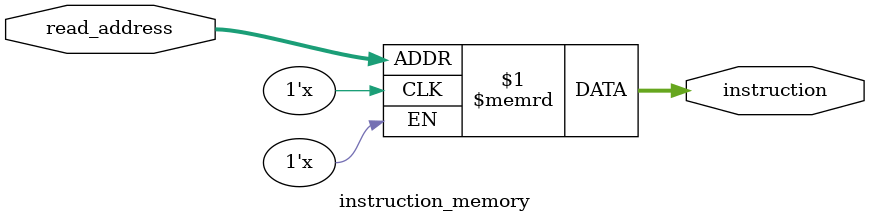
<source format=v>
module instruction_memory(instruction, read_address);
output [15:0] instruction;
input [11:0] read_address;
reg [15:0] instructions [4095:0]; // 2^12 - 1

assign instruction = instructions[read_address[11:0]];

endmodule

</source>
